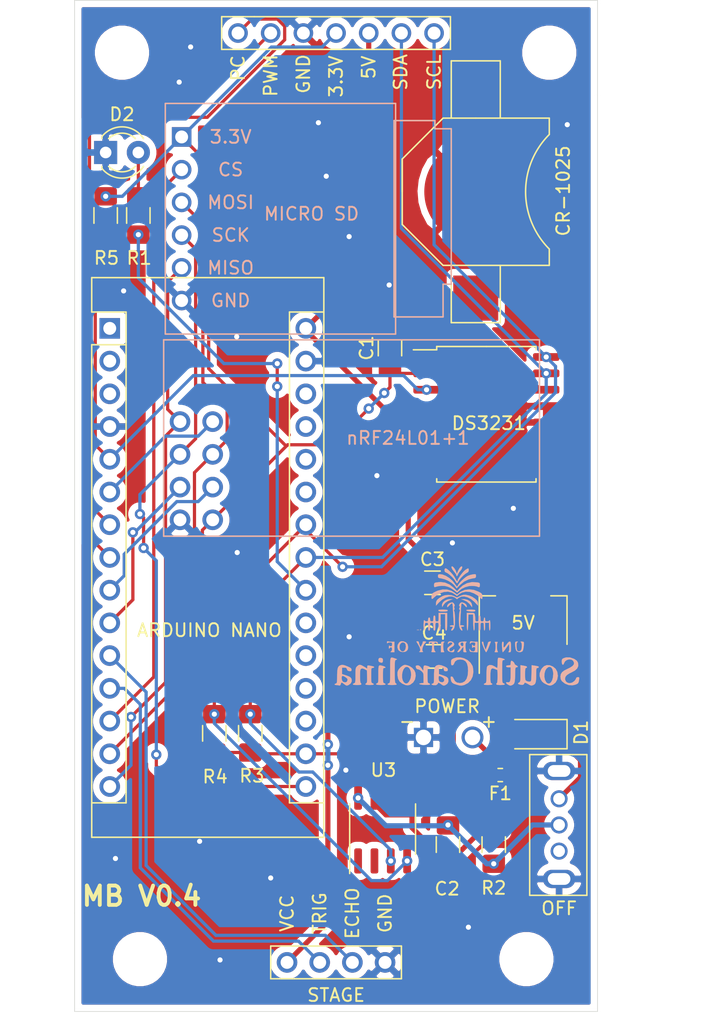
<source format=kicad_pcb>
(kicad_pcb (version 20240108) (generator "pcbnew") (generator_version "8.0")
  (layers (0 "F.Cu" signal) (31 "B.Cu" signal) (34 "B.Paste" user) (35 "F.Paste" user) (36 "B.SilkS" user "B.Silkscreen") (37 "F.SilkS" user "F.Silkscreen") (38 "B.Mask" user) (39 "F.Mask" user) (44 "Edge.Cuts" user))
  (net 0 "")
  (net 1 "GND")
  (net 2 "Net-(D1-Pad2)")
  (net 3 "Net-(F1-Pad2)")
  (net 4 "Net-(switch1-Pad3)")
  (net 5 "Net-(BT1-Pad1)")
  (net 6 "Net-(U2-Pad1)")
  (net 7 "Net-(U2-Pad4)")
  (net 8 "Net-(A1-Pad1)")
  (net 9 "Net-(A1-Pad17)")
  (net 10 "Net-(A1-Pad2)")
  (net 11 "Net-(A1-Pad18)")
  (net 12 "Net-(A1-Pad3)")
  (net 13 "Net-(A1-Pad19)")
  (net 14 "Net-(A1-Pad20)")
  (net 15 "Net-(A1-Pad5)")
  (net 16 "Net-(A1-Pad21)")
  (net 17 "Net-(A1-Pad6)")
  (net 18 "Net-(A1-Pad22)")
  (net 19 "Net-(A1-Pad7)")
  (net 20 "Net-(A1-Pad23)")
  (net 21 "Net-(A1-Pad8)")
  (net 22 "Net-(A1-Pad24)")
  (net 23 "Net-(A1-Pad9)")
  (net 24 "Net-(A1-Pad25)")
  (net 25 "Net-(A1-Pad10)")
  (net 26 "Net-(A1-Pad26)")
  (net 27 "Net-(A1-Pad11)")
  (net 28 "Net-(A1-Pad27)")
  (net 29 "Net-(A1-Pad12)")
  (net 30 "Net-(A1-Pad28)")
  (net 31 "Net-(A1-Pad13)")
  (net 32 "Net-(A1-Pad14)")
  (net 33 "Net-(A1-Pad15)")
  (net 34 "Net-(A1-Pad16)")
  (net 35 "Net-(C2-Pad1)")
  (net 36 "Net-(C2-Pad2)")
  (net 37 "Net-(U3-Pad1)")
  (net 38 "Net-(U3-Pad2)")
  (net 39 "Net-(A1-Pad30)")
  (net 40 "Net-(D1-Pad1)")
  (net 41 "Net-(D2-Pad2)")
  (footprint "MountingHole:MountingHole_3.2mm_M3" (layer "F.Cu") (at 172.2755 145.796)
    (property "Reference" "REF**" (hide yes))
    (property "Value" "MountingHole_3.2mm_M3")
    (pad "" np_thru_hole circle (at 0 0) (size 3.2 3.2) (drill 3.2) (layers "*.Cu" "*.Mask"))
  )
  (footprint "MountingHole:MountingHole_3.2mm_M3" (layer "F.Cu") (at 142.24 145.796)
    (property "Reference" "REF**" (hide yes))
    (property "Value" "MountingHole_3.2mm_M3")
    (pad "" np_thru_hole circle (at 0 0) (size 3.2 3.2) (drill 3.2) (layers "*.Cu" "*.Mask"))
  )
  (footprint "MountingHole:MountingHole_3.2mm_M3" (layer "F.Cu") (at 174.0535 75.438)
    (property "Reference" "REF**" (hide yes))
    (property "Value" "MountingHole_3.2mm_M3")
    (pad "" np_thru_hole circle (at 0 0) (size 3.2 3.2) (drill 3.2) (layers "*.Cu" "*.Mask"))
  )
  (footprint "MountingHole:MountingHole_3.2mm_M3" (layer "F.Cu") (at 140.843 75.438)
    (property "Reference" "REF**" (hide yes))
    (property "Value" "MountingHole_3.2mm_M3")
    (pad "" np_thru_hole circle (at 0 0) (size 3.2 3.2) (drill 3.2) (layers "*.Cu" "*.Mask"))
  )
  (footprint "Module:Arduino_Nano" (layer "F.Cu") (at 139.8905 96.8375)
    (property "Reference" "ARDUINO NANO" (at 7.747 23.4315 0) (layer "F.SilkS"))
    (property "Value" "Arduino_Nano_v2.x-MCU_Module")
    (pad "1" thru_hole rect (at 0 0) (size 1.6 1.6) (drill 1) (layers "*.Cu" "*.Mask") (net 8 "Net-(A1-Pad1)"))
    (pad "2" thru_hole oval (at 0 2.54) (size 1.6 1.6) (drill 1) (layers "*.Cu" "*.Mask") (net 10 "Net-(A1-Pad2)"))
    (pad "3" thru_hole oval (at 0 5.08) (size 1.6 1.6) (drill 1) (layers "*.Cu" "*.Mask") (net 12 "Net-(A1-Pad3)"))
    (pad "4" thru_hole oval (at 0 7.62) (size 1.6 1.6) (drill 1) (layers "*.Cu" "*.Mask") (net 1 "GND"))
    (pad "5" thru_hole oval (at 0 10.16) (size 1.6 1.6) (drill 1) (layers "*.Cu" "*.Mask") (net 15 "Net-(A1-Pad5)"))
    (pad "6" thru_hole oval (at 0 12.7) (size 1.6 1.6) (drill 1) (layers "*.Cu" "*.Mask") (net 17 "Net-(A1-Pad6)"))
    (pad "7" thru_hole oval (at 0 15.24) (size 1.6 1.6) (drill 1) (layers "*.Cu" "*.Mask") (net 19 "Net-(A1-Pad7)"))
    (pad "8" thru_hole oval (at 0 17.78) (size 1.6 1.6) (drill 1) (layers "*.Cu" "*.Mask") (net 21 "Net-(A1-Pad8)"))
    (pad "9" thru_hole oval (at 0 20.32) (size 1.6 1.6) (drill 1) (layers "*.Cu" "*.Mask") (net 23 "Net-(A1-Pad9)"))
    (pad "10" thru_hole oval (at 0 22.86) (size 1.6 1.6) (drill 1) (layers "*.Cu" "*.Mask") (net 25 "Net-(A1-Pad10)"))
    (pad "11" thru_hole oval (at 0 25.4) (size 1.6 1.6) (drill 1) (layers "*.Cu" "*.Mask") (net 27 "Net-(A1-Pad11)"))
    (pad "12" thru_hole oval (at 0 27.94) (size 1.6 1.6) (drill 1) (layers "*.Cu" "*.Mask") (net 29 "Net-(A1-Pad12)"))
    (pad "13" thru_hole oval (at 0 30.48) (size 1.6 1.6) (drill 1) (layers "*.Cu" "*.Mask") (net 31 "Net-(A1-Pad13)"))
    (pad "14" thru_hole oval (at 0 33.02) (size 1.6 1.6) (drill 1) (layers "*.Cu" "*.Mask") (net 32 "Net-(A1-Pad14)"))
    (pad "15" thru_hole oval (at 0 35.56) (size 1.6 1.6) (drill 1) (layers "*.Cu" "*.Mask") (net 33 "Net-(A1-Pad15)"))
    (pad "16" thru_hole oval (at 15.24 35.56) (size 1.6 1.6) (drill 1) (layers "*.Cu" "*.Mask") (net 34 "Net-(A1-Pad16)"))
    (pad "17" thru_hole oval (at 15.24 33.02) (size 1.6 1.6) (drill 1) (layers "*.Cu" "*.Mask") (net 9 "Net-(A1-Pad17)"))
    (pad "18" thru_hole oval (at 15.24 30.48) (size 1.6 1.6) (drill 1) (layers "*.Cu" "*.Mask") (net 11 "Net-(A1-Pad18)"))
    (pad "19" thru_hole oval (at 15.24 27.94) (size 1.6 1.6) (drill 1) (layers "*.Cu" "*.Mask") (net 13 "Net-(A1-Pad19)"))
    (pad "20" thru_hole oval (at 15.24 25.4) (size 1.6 1.6) (drill 1) (layers "*.Cu" "*.Mask") (net 14 "Net-(A1-Pad20)"))
    (pad "21" thru_hole oval (at 15.24 22.86) (size 1.6 1.6) (drill 1) (layers "*.Cu" "*.Mask") (net 16 "Net-(A1-Pad21)"))
    (pad "22" thru_hole oval (at 15.24 20.32) (size 1.6 1.6) (drill 1) (layers "*.Cu" "*.Mask") (net 18 "Net-(A1-Pad22)"))
    (pad "23" thru_hole oval (at 15.24 17.78) (size 1.6 1.6) (drill 1) (layers "*.Cu" "*.Mask") (net 20 "Net-(A1-Pad23)"))
    (pad "24" thru_hole oval (at 15.24 15.24) (size 1.6 1.6) (drill 1) (layers "*.Cu" "*.Mask") (net 22 "Net-(A1-Pad24)"))
    (pad "25" thru_hole oval (at 15.24 12.7) (size 1.6 1.6) (drill 1) (layers "*.Cu" "*.Mask") (net 24 "Net-(A1-Pad25)"))
    (pad "26" thru_hole oval (at 15.24 10.16) (size 1.6 1.6) (drill 1) (layers "*.Cu" "*.Mask") (net 26 "Net-(A1-Pad26)"))
    (pad "27" thru_hole oval (at 15.24 7.62) (size 1.6 1.6) (drill 1) (layers "*.Cu" "*.Mask") (net 28 "Net-(A1-Pad27)"))
    (pad "28" thru_hole oval (at 15.24 5.08) (size 1.6 1.6) (drill 1) (layers "*.Cu" "*.Mask") (net 30 "Net-(A1-Pad28)"))
    (pad "29" thru_hole oval (at 15.24 2.54) (size 1.6 1.6) (drill 1) (layers "*.Cu" "*.Mask") (net 1 "GND"))
    (pad "30" thru_hole oval (at 15.24 0) (size 1.6 1.6) (drill 1) (layers "*.Cu" "*.Mask") (net 39 "Net-(A1-Pad30)"))
  )
  (footprint "custom:battery_holder_10mm" (layer "F.Cu") (at 168.3385 86.233 -90)
    (property "Reference" "CR-1025" (at -0.0635 -6.7945 90) (layer "F.SilkS"))
    (property "Value" "Battery_Cell")
    (pad "1" smd rect (at -8.255 0 180) (size 3.5 3.5) (layers "F.Cu" "F.Mask") (net 5 "Net-(BT1-Pad1)"))
    (pad "1" smd rect (at 8.255 0 180) (size 3.5 3.5) (layers "F.Cu" "F.Mask") (net 5 "Net-(BT1-Pad1)"))
    (pad "2" smd circle (at 0 0 180) (size 8 8) (layers "F.Cu" "F.Mask") (net 1 "GND"))
  )
  (footprint "Capacitor_SMD:C_1206_3216Metric_Pad1.42x1.75mm_HandSolder" (layer "F.Cu") (at 161.671 98.3615 90)
    (property "Reference" "C1" (at 0 -1.82 90) (layer "F.SilkS"))
    (property "Value" "C")
    (pad "1" smd roundrect (at -1.4875 0 90) (size 1.425 1.75) (layers "F.Cu" "F.Paste" "F.Mask") (roundrect_rratio 0.175439) (net 9 "Net-(A1-Pad17)"))
    (pad "2" smd roundrect (at 1.4875 0 90) (size 1.425 1.75) (layers "F.Cu" "F.Paste" "F.Mask") (roundrect_rratio 0.175439) (net 1 "GND"))
  )
  (footprint "Capacitor_SMD:C_1206_3216Metric_Pad1.42x1.75mm_HandSolder" (layer "F.Cu") (at 166.1795 136.906 -90)
    (property "Reference" "C2" (at 3.429 0.0635 0) (layer "F.SilkS"))
    (property "Value" "C")
    (pad "1" smd roundrect (at -1.4875 0 270) (size 1.425 1.75) (layers "F.Cu" "F.Paste" "F.Mask") (roundrect_rratio 0.175439) (net 35 "Net-(C2-Pad1)"))
    (pad "2" smd roundrect (at 1.4875 0 270) (size 1.425 1.75) (layers "F.Cu" "F.Paste" "F.Mask") (roundrect_rratio 0.175439) (net 36 "Net-(C2-Pad2)"))
  )
  (footprint "Capacitor_SMD:C_1206_3216Metric_Pad1.42x1.75mm_HandSolder" (layer "F.Cu") (at 164.973 116.586)
    (property "Reference" "C3" (at 0 -1.82 0) (layer "F.SilkS"))
    (property "Value" "C")
    (pad "1" smd roundrect (at -1.4875 0) (size 1.425 1.75) (layers "F.Cu" "F.Paste" "F.Mask") (roundrect_rratio 0.175439) (net 1 "GND"))
    (pad "2" smd roundrect (at 1.4875 0) (size 1.425 1.75) (layers "F.Cu" "F.Paste" "F.Mask") (roundrect_rratio 0.175439) (net 39 "Net-(A1-Pad30)"))
  )
  (footprint "Capacitor_SMD:C_1206_3216Metric_Pad1.42x1.75mm_HandSolder" (layer "F.Cu") (at 165.1 122.301)
    (property "Reference" "C4" (at 0 -1.82 0) (layer "F.SilkS"))
    (property "Value" "C")
    (pad "1" smd roundrect (at -1.4875 0) (size 1.425 1.75) (layers "F.Cu" "F.Paste" "F.Mask") (roundrect_rratio 0.175439) (net 1 "GND"))
    (pad "2" smd roundrect (at 1.4875 0) (size 1.425 1.75) (layers "F.Cu" "F.Paste" "F.Mask") (roundrect_rratio 0.175439) (net 36 "Net-(C2-Pad2)"))
  )
  (footprint "Diode_SMD:D_1206_3216Metric_Pad1.42x1.75mm_HandSolder" (layer "F.Cu") (at 172.974 128.3335 180)
    (property "Reference" "D1" (at -3.556 0.127 90) (layer "F.SilkS"))
    (property "Value" "D")
    (pad "1" smd roundrect (at -1.4875 0 180) (size 1.425 1.75) (layers "F.Cu" "F.Paste" "F.Mask") (roundrect_rratio 0.175439) (net 40 "Net-(D1-Pad1)"))
    (pad "2" smd roundrect (at 1.4875 0 180) (size 1.425 1.75) (layers "F.Cu" "F.Paste" "F.Mask") (roundrect_rratio 0.175439) (net 2 "Net-(D1-Pad2)"))
  )
  (footprint "LED_THT:LED_D3.0mm" (layer "F.Cu") (at 139.573 83.185)
    (property "Reference" "D2" (at 1.27 -2.96 0) (layer "F.SilkS"))
    (property "Value" "LED")
    (pad "1" thru_hole rect (at 0 0) (size 1.8 1.8) (drill 0.9) (layers "*.Cu" "*.Mask") (net 1 "GND"))
    (pad "2" thru_hole circle (at 2.54 0) (size 1.8 1.8) (drill 0.9) (layers "*.Cu" "*.Mask") (net 41 "Net-(D2-Pad2)"))
  )
  (footprint "Resistor_SMD:R_0603_1608Metric_Pad1.05x0.95mm_HandSolder" (layer "F.Cu") (at 170.2435 131.5085 180)
    (property "Reference" "F1" (at 0 -1.43 0) (layer "F.SilkS"))
    (property "Value" "Fuse")
    (pad "1" smd roundrect (at -0.875 0 180) (size 1.05 0.95) (layers "F.Cu" "F.Paste" "F.Mask") (net 2 "Net-(D1-Pad2)"))
    (pad "2" smd roundrect (at 0.875 0 180) (size 1.05 0.95) (layers "F.Cu" "F.Paste" "F.Mask") (net 3 "Net-(F1-Pad2)"))
  )
  (footprint "custom:small_microSD_v2" (layer "F.Cu") (at 142.3035 88.9635 90)
    (property "Reference" "MICRO SD" (at 1.016 13.2715 180) (layer "B.SilkS"))
    (property "Value" "small_microSD")
    (fp_text user "CS" (at 4.445 6.985 0) (layer "B.SilkS"))
    (fp_text user "MOSI" (at 1.905 6.985 0) (layer "B.SilkS"))
    (fp_text user "SCK" (at -0.635 6.985 0) (layer "B.SilkS"))
    (fp_text user "MISO" (at -3.175 6.985 0) (layer "B.SilkS"))
    (fp_text user "GND" (at -5.715 6.985 0) (layer "B.SilkS"))
    (fp_text user "3.3V" (at 6.985 6.985 0) (layer "B.SilkS"))
    (pad "1" thru_hole rect (at 6.985 3.175 90) (size 1.524 1.524) (drill 1) (layers "*.Cu" "*.Mask") (net 9 "Net-(A1-Pad17)"))
    (pad "2" thru_hole circle (at 4.445 3.175 90) (size 1.524 1.524) (drill 1) (layers "*.Cu" "*.Mask") (net 31 "Net-(A1-Pad13)"))
    (pad "3" thru_hole circle (at 1.905 3.175 90) (size 1.524 1.524) (drill 1) (layers "*.Cu" "*.Mask") (net 32 "Net-(A1-Pad14)"))
    (pad "4" thru_hole circle (at -0.635 3.175 90) (size 1.524 1.524) (drill 1) (layers "*.Cu" "*.Mask") (net 34 "Net-(A1-Pad16)"))
    (pad "5" thru_hole circle (at -3.175 3.175 90) (size 1.524 1.524) (drill 1) (layers "*.Cu" "*.Mask") (net 33 "Net-(A1-Pad15)"))
    (pad "6" thru_hole circle (at -5.715 3.175 90) (size 1.524 1.524) (drill 1) (layers "*.Cu" "*.Mask") (net 1 "GND"))
  )
  (footprint "custom:nRF24L01+" (layer "F.Cu") (at 156.7815 105.3465 -90)
    (property "Reference" "nRF24L01+1" (at 0 -6.2865 180) (layer "B.SilkS"))
    (property "Value" "nRF24L01+")
    (pad "1" thru_hole circle (at 6.35 8.89 270) (size 1.6 1.6) (drill 1) (layers "*.Cu" "*.Mask") (net 9 "Net-(A1-Pad17)"))
    (pad "2" thru_hole circle (at 3.81 8.89 270) (size 1.6 1.6) (drill 1) (layers "*.Cu" "*.Mask") (net 23 "Net-(A1-Pad9)"))
    (pad "3" thru_hole circle (at 1.27 8.89 270) (size 1.6 1.6) (drill 1) (layers "*.Cu" "*.Mask") (net 32 "Net-(A1-Pad14)"))
    (pad "4" thru_hole circle (at -1.27 8.89 270) (size 1.6 1.6) (drill 1) (layers "*.Cu" "*.Mask") (net 17 "Net-(A1-Pad6)"))
    (pad "5" thru_hole circle (at 6.35 11.43 270) (size 1.6 1.6) (drill 1) (layers "*.Cu" "*.Mask") (net 1 "GND"))
    (pad "6" thru_hole circle (at 3.81 11.43 270) (size 1.6 1.6) (drill 1) (layers "*.Cu" "*.Mask") (net 25 "Net-(A1-Pad10)"))
    (pad "7" thru_hole circle (at 1.27 11.43 270) (size 1.6 1.6) (drill 1) (layers "*.Cu" "*.Mask") (net 34 "Net-(A1-Pad16)"))
    (pad "8" thru_hole circle (at -1.27 11.43 270) (size 1.6 1.6) (drill 1) (layers "*.Cu" "*.Mask") (net 33 "Net-(A1-Pad15)"))
  )
  (footprint "custom:XT60PW" (layer "F.Cu") (at 166.8145 126.0475)
    (property "Reference" "POWER" (at -0.6985 0.127 0) (layer "F.SilkS"))
    (property "Value" "XP60PW")
    (fp_text user "+" (at 2.54 1.27 0) (layer "F.SilkS"))
    (fp_text user "-" (at -3.81 1.27 0) (layer "F.SilkS"))
    (pad "1" thru_hole rect (at -2.54 2.54) (size 1.5 1.5) (drill 1.2) (layers "*.Cu" "*.Mask") (net 1 "GND"))
    (pad "2" thru_hole circle (at 1.27 2.54) (size 1.7 1.7) (drill 1.2) (layers "*.Cu" "*.Mask") (net 3 "Net-(F1-Pad2)"))
  )
  (footprint "Capacitor_SMD:C_1206_3216Metric_Pad1.42x1.75mm_HandSolder" (layer "F.Cu") (at 142.113 88.0745 90)
    (property "Reference" "R1" (at -3.302 0.0635 180) (layer "F.SilkS"))
    (property "Value" "1k")
    (pad "1" smd roundrect (at -1.4875 0 90) (size 1.425 1.75) (layers "F.Cu" "F.Paste" "F.Mask") (roundrect_rratio 0.175439) (net 18 "Net-(A1-Pad22)"))
    (pad "2" smd roundrect (at 1.4875 0 90) (size 1.425 1.75) (layers "F.Cu" "F.Paste" "F.Mask") (roundrect_rratio 0.175439) (net 41 "Net-(D2-Pad2)"))
  )
  (footprint "Resistor_SMD:R_1206_3216Metric_Pad1.42x1.75mm_HandSolder" (layer "F.Cu") (at 169.7355 136.906 90)
    (property "Reference" "R2" (at -3.3655 0 0) (layer "F.SilkS"))
    (property "Value" "Rs")
    (pad "1" smd roundrect (at -1.4875 0 90) (size 1.425 1.75) (layers "F.Cu" "F.Paste" "F.Mask") (roundrect_rratio 0.175439) (net 35 "Net-(C2-Pad1)"))
    (pad "2" smd roundrect (at 1.4875 0 90) (size 1.425 1.75) (layers "F.Cu" "F.Paste" "F.Mask") (roundrect_rratio 0.175439) (net 36 "Net-(C2-Pad2)"))
  )
  (footprint "Capacitor_SMD:C_1206_3216Metric_Pad1.42x1.75mm_HandSolder" (layer "F.Cu") (at 150.8125 128.27 90)
    (property "Reference" "R3" (at -3.302 0.127 180) (layer "F.SilkS"))
    (property "Value" "4.7k")
    (pad "1" smd roundrect (at -1.4875 0 90) (size 1.425 1.75) (layers "F.Cu" "F.Paste" "F.Mask") (roundrect_rratio 0.175439) (net 9 "Net-(A1-Pad17)"))
    (pad "2" smd roundrect (at 1.4875 0 90) (size 1.425 1.75) (layers "F.Cu" "F.Paste" "F.Mask") (roundrect_rratio 0.175439) (net 20 "Net-(A1-Pad23)"))
  )
  (footprint "Capacitor_SMD:C_1206_3216Metric_Pad1.42x1.75mm_HandSolder" (layer "F.Cu") (at 148.0185 128.27 90)
    (property "Reference" "R4" (at -3.3655 0.0635 180) (layer "F.SilkS"))
    (property "Value" "4.7k")
    (pad "1" smd roundrect (at -1.4875 0 90) (size 1.425 1.75) (layers "F.Cu" "F.Paste" "F.Mask") (roundrect_rratio 0.175439) (net 9 "Net-(A1-Pad17)"))
    (pad "2" smd roundrect (at 1.4875 0 90) (size 1.425 1.75) (layers "F.Cu" "F.Paste" "F.Mask") (roundrect_rratio 0.175439) (net 22 "Net-(A1-Pad24)"))
  )
  (footprint "Resistor_SMD:R_1206_3216Metric_Pad1.42x1.75mm_HandSolder" (layer "F.Cu") (at 139.573 88.0745 90)
    (property "Reference" "R5" (at -3.302 0.0635 180) (layer "F.SilkS"))
    (property "Value" "4.7k")
    (pad "1" smd roundrect (at -1.4875 0 90) (size 1.425 1.75) (layers "F.Cu" "F.Paste" "F.Mask") (roundrect_rratio 0.175439) (net 15 "Net-(A1-Pad5)"))
    (pad "2" smd roundrect (at 1.4875 0 90) (size 1.425 1.75) (layers "F.Cu" "F.Paste" "F.Mask") (roundrect_rratio 0.175439) (net 9 "Net-(A1-Pad17)"))
  )
  (footprint "custom:grounded_switch" (layer "F.Cu") (at 179.8955 135.382 -90)
    (property "Reference" "switch1" (hide yes))
    (property "Value" "grounded_switch")
    (pad "1" thru_hole circle (at -2.032 5.08 270) (size 1.324 1.324) (drill 0.914) (layers "*.Cu" "*.Mask") (net 40 "Net-(D1-Pad1)"))
    (pad "2" thru_hole circle (at 0 5.08 270) (size 1.324 1.324) (drill 0.914) (layers "*.Cu" "*.Mask") (net 35 "Net-(C2-Pad1)"))
    (pad "3" thru_hole circle (at 2.032 5.08 270) (size 1.324 1.324) (drill 0.914) (layers "*.Cu" "*.Mask") (net 4 "Net-(switch1-Pad3)"))
    (pad "4" thru_hole oval (at -4.191 5.08) (size 2.524 1.424) (drill oval 1.76 0.914) (layers "*.Cu" "*.Mask") (net 1 "GND"))
    (pad "5" thru_hole oval (at 4.191 5.08) (size 2.524 1.424) (drill oval 1.76 0.914) (layers "*.Cu" "*.Mask") (net 1 "GND"))
  )
  (footprint "Package_SO:SOIC-16W_7.5x10.3mm_P1.27mm" (layer "F.Cu") (at 169.164 103.505)
    (property "Reference" "DS3231" (at 0.1905 0.6985 0) (layer "F.SilkS"))
    (property "Value" "DS3231M")
    (pad "1" smd roundrect (at -4.65 -4.445) (size 2.05 0.6) (layers "F.Cu" "F.Paste" "F.Mask") (net 6 "Net-(U2-Pad1)"))
    (pad "2" smd roundrect (at -4.65 -3.175) (size 2.05 0.6) (layers "F.Cu" "F.Paste" "F.Mask") (net 9 "Net-(A1-Pad17)"))
    (pad "3" smd roundrect (at -4.65 -1.905) (size 2.05 0.6) (layers "F.Cu" "F.Paste" "F.Mask") (net 15 "Net-(A1-Pad5)"))
    (pad "4" smd roundrect (at -4.65 -0.635) (size 2.05 0.6) (layers "F.Cu" "F.Paste" "F.Mask") (net 7 "Net-(U2-Pad4)"))
    (pad "5" smd roundrect (at -4.65 0.635) (size 2.05 0.6) (layers "F.Cu" "F.Paste" "F.Mask") (net 1 "GND"))
    (pad "6" smd roundrect (at -4.65 1.905) (size 2.05 0.6) (layers "F.Cu" "F.Paste" "F.Mask") (net 1 "GND"))
    (pad "7" smd roundrect (at -4.65 3.175) (size 2.05 0.6) (layers "F.Cu" "F.Paste" "F.Mask") (net 1 "GND"))
    (pad "8" smd roundrect (at -4.65 4.445) (size 2.05 0.6) (layers "F.Cu" "F.Paste" "F.Mask") (net 1 "GND"))
    (pad "9" smd roundrect (at 4.65 4.445) (size 2.05 0.6) (layers "F.Cu" "F.Paste" "F.Mask") (net 1 "GND"))
    (pad "10" smd roundrect (at 4.65 3.175) (size 2.05 0.6) (layers "F.Cu" "F.Paste" "F.Mask") (net 1 "GND"))
    (pad "11" smd roundrect (at 4.65 1.905) (size 2.05 0.6) (layers "F.Cu" "F.Paste" "F.Mask") (net 1 "GND"))
    (pad "12" smd roundrect (at 4.65 0.635) (size 2.05 0.6) (layers "F.Cu" "F.Paste" "F.Mask") (net 1 "GND"))
    (pad "13" smd roundrect (at 4.65 -0.635) (size 2.05 0.6) (layers "F.Cu" "F.Paste" "F.Mask") (net 1 "GND"))
    (pad "14" smd roundrect (at 4.65 -1.905) (size 2.05 0.6) (layers "F.Cu" "F.Paste" "F.Mask") (net 5 "Net-(BT1-Pad1)"))
    (pad "15" smd roundrect (at 4.65 -3.175) (size 2.05 0.6) (layers "F.Cu" "F.Paste" "F.Mask") (net 20 "Net-(A1-Pad23)"))
    (pad "16" smd roundrect (at 4.65 -4.445) (size 2.05 0.6) (layers "F.Cu" "F.Paste" "F.Mask") (net 22 "Net-(A1-Pad24)"))
  )
  (footprint "Package_SO:SOIC-8_3.9x4.9mm_P1.27mm" (layer "F.Cu") (at 161.0995 135.6995 90)
    (property "Reference" "U3" (at 4.572 0.0635 180) (layer "F.SilkS"))
    (property "Value" "INA219AxD")
    (pad "1" smd roundrect (at -2.475 -1.905 90) (size 1.95 0.6) (layers "F.Cu" "F.Paste" "F.Mask") (net 37 "Net-(U3-Pad1)"))
    (pad "2" smd roundrect (at -2.475 -0.635 90) (size 1.95 0.6) (layers "F.Cu" "F.Paste" "F.Mask") (net 38 "Net-(U3-Pad2)"))
    (pad "3" smd roundrect (at -2.475 0.635 90) (size 1.95 0.6) (layers "F.Cu" "F.Paste" "F.Mask") (net 20 "Net-(A1-Pad23)"))
    (pad "4" smd roundrect (at -2.475 1.905 90) (size 1.95 0.6) (layers "F.Cu" "F.Paste" "F.Mask") (net 22 "Net-(A1-Pad24)"))
    (pad "5" smd roundrect (at 2.475 1.905 90) (size 1.95 0.6) (layers "F.Cu" "F.Paste" "F.Mask") (net 9 "Net-(A1-Pad17)"))
    (pad "6" smd roundrect (at 2.475 0.635 90) (size 1.95 0.6) (layers "F.Cu" "F.Paste" "F.Mask") (net 1 "GND"))
    (pad "7" smd roundrect (at 2.475 -0.635 90) (size 1.95 0.6) (layers "F.Cu" "F.Paste" "F.Mask") (net 36 "Net-(C2-Pad2)"))
    (pad "8" smd roundrect (at 2.475 -1.905 90) (size 1.95 0.6) (layers "F.Cu" "F.Paste" "F.Mask") (net 35 "Net-(C2-Pad1)"))
  )
  (footprint "Package_TO_SOT_SMD:SOT-223-3_TabPin2" (layer "F.Cu") (at 172.0215 119.507 90)
    (property "Reference" "5V" (at -0.1905 0 0) (layer "F.SilkS"))
    (property "Value" "KA78M05_TO252")
    (pad "1" smd rect (at -3.15 -2.3 90) (size 2 1.5) (layers "F.Cu" "F.Paste" "F.Mask") (net 36 "Net-(C2-Pad2)"))
    (pad "2" smd rect (at -3.15 0 90) (size 2 1.5) (layers "F.Cu" "F.Paste" "F.Mask") (net 1 "GND"))
    (pad "2" smd rect (at 3.15 0 90) (size 2 3.8) (layers "F.Cu" "F.Paste" "F.Mask") (net 1 "GND"))
    (pad "3" smd rect (at -3.15 2.3 90) (size 2 1.5) (layers "F.Cu" "F.Paste" "F.Mask") (net 39 "Net-(A1-Pad30)"))
  )
  (footprint "custom:HCSR04" (layer "F.Cu") (at 157.48 144.78)
    (property "Reference" "STAGE" (at 0 3.81 0) (layer "F.SilkS"))
    (property "Value" "HCSR04")
    (fp_text user "VCC" (at -3.81 -2.54 90) (layer "F.SilkS"))
    (fp_text user "ECHO" (at 1.27 -2.54 90) (layer "F.SilkS"))
    (fp_text user "GND" (at 3.81 -2.54 90) (layer "F.SilkS"))
    (fp_text user "TRIG" (at -1.27 -2.54 90) (layer "F.SilkS"))
    (pad "1" thru_hole circle (at 3.81 1.27) (size 1.6 1.6) (drill 1) (layers "*.Cu" "*.Mask") (net 1 "GND"))
    (pad "2" thru_hole circle (at 1.27 1.27) (size 1.6 1.6) (drill 1) (layers "*.Cu" "*.Mask") (net 27 "Net-(A1-Pad11)"))
    (pad "3" thru_hole circle (at -1.27 1.27) (size 1.6 1.6) (drill 1) (layers "*.Cu" "*.Mask") (net 29 "Net-(A1-Pad12)"))
    (pad "4" thru_hole circle (at -3.81 1.27) (size 1.6 1.6) (drill 1) (layers "*.Cu" "*.Mask") (net 39 "Net-(A1-Pad30)"))
  )
  (footprint "custom:top_rail_v2" (layer "F.Cu") (at 160.02 76.454 180)
    (property "Reference" "U1" (hide yes))
    (property "Value" "top_rail_v2")
    (fp_text user "PC" (at 10.16 -0.1905 90) (layer "F.SilkS"))
    (fp_text user "PWM" (at 7.62 -0.762 90) (layer "F.SilkS"))
    (fp_text user "GND" (at 5.08 -0.635 90) (layer "F.SilkS"))
    (fp_text user "5V" (at 0 -0.127 90) (layer "F.SilkS"))
    (fp_text user "3.3V" (at 2.54 -0.8255 90) (layer "F.SilkS"))
    (fp_text user "SCL" (at -5.08 -0.508 90) (layer "F.SilkS"))
    (fp_text user "SDA" (at -2.4765 -0.508 90) (layer "F.SilkS"))
    (pad "2" thru_hole circle (at -5.08 2.54 180) (size 1.524 1.524) (drill 1) (layers "*.Cu" "*.Mask" "B.Paste") (net 22 "Net-(A1-Pad24)"))
    (pad "3" thru_hole circle (at -2.54 2.54 180) (size 1.524 1.524) (drill 1) (layers "*.Cu" "*.Mask" "B.Paste") (net 20 "Net-(A1-Pad23)"))
    (pad "4" thru_hole circle (at 0 2.54 180) (size 1.524 1.524) (drill 1) (layers "*.Cu" "*.Mask" "B.Paste") (net 39 "Net-(A1-Pad30)"))
    (pad "5" thru_hole circle (at 2.54 2.54 180) (size 1.524 1.524) (drill 1) (layers "*.Cu" "*.Mask" "B.Paste") (net 9 "Net-(A1-Pad17)"))
    (pad "6" thru_hole circle (at 5.08 2.54 180) (size 1.524 1.524) (drill 1) (layers "*.Cu" "*.Mask" "B.Paste") (net 1 "GND"))
    (pad "7" thru_hole circle (at 7.62 2.54 180) (size 1.524 1.524) (drill 1) (layers "*.Cu" "*.Mask" "B.Paste") (net 21 "Net-(A1-Pad8)"))
    (pad "8" thru_hole circle (at 10.16 2.54 180) (size 1.524 1.524) (drill 1) (layers "*.Cu" "*.Mask" "B.Paste") (net 19 "Net-(A1-Pad7)"))
  )
  (footprint "UofSC_logo:uofsc_logo_0_75in" (layer "B.Cu") (at 166.878 119.888 180)
    (property "Reference" "G***" (hide yes))
    (property "Value" "LOGO" (hide yes))
  )
  (gr_line (start 177.8 142.24) (end 177.8 78.74) (stroke (width 0.05)) (layer "Edge.Cuts"))
  (gr_line (start 137.16 78.74) (end 137.16 142.24) (stroke (width 0.05)) (layer "Edge.Cuts"))
  (gr_line (start 137.16 149.86) (end 137.16 142.24) (stroke (width 0.05)) (layer "Edge.Cuts"))
  (gr_line (start 137.16 71.374) (end 177.8 71.374) (stroke (width 0.05)) (layer "Edge.Cuts"))
  (gr_line (start 137.16 149.86) (end 177.8 149.86) (stroke (width 0.05)) (layer "Edge.Cuts"))
  (gr_line (start 177.8 78.74) (end 177.8 71.628) (stroke (width 0.05)) (layer "Edge.Cuts"))
  (gr_line (start 177.8 142.24) (end 177.8 149.86) (stroke (width 0.05)) (layer "Edge.Cuts"))
  (gr_line (start 177.8 71.628) (end 177.8 71.374) (stroke (width 0.05)) (layer "Edge.Cuts"))
  (gr_line (start 137.16 78.74) (end 137.16 71.374) (stroke (width 0.05)) (layer "Edge.Cuts"))
  (gr_text "MB V0.4" (at 142.367 140.9065 0) (layer "F.SilkS") (effects (font (size 1.5 1.5) (thickness 0.3))))
  (gr_text "OFF" (at 174.8155 141.859 0) (layer "F.SilkS") (effects (font (size 1 1))))
  (segment (start 158.242 131.1275) (end 160.6125 131.1275) (width 0.4) (layer "F.Cu") (net 1))
  (segment (start 161.7345 132.2495) (end 161.7345 133.2245) (width 0.4) (layer "F.Cu") (net 1))
  (segment (start 160.6125 131.1275) (end 161.7345 132.2495) (width 0.4) (layer "F.Cu") (net 1))
  (via (at 158.496 89.7128) (size 0.8) (drill 0.4) (layers "F.Cu" "B.Cu") (net 1))
  (via (at 158.496 120.777) (size 0.8) (drill 0.4) (layers "F.Cu" "B.Cu") (net 1))
  (via (at 175.4505 81.026) (size 0.8) (drill 0.4) (layers "F.Cu" "B.Cu") (net 1))
  (via (at 146.177 74.9935) (size 0.8) (drill 0.4) (layers "F.Cu" "B.Cu") (net 1))
  (via (at 149.7965 114.2365) (size 0.8) (drill 0.4) (layers "F.Cu" "B.Cu") (net 1))
  (via (at 166.5224 113.4872) (size 0.8) (drill 0.4) (layers "F.Cu" "B.Cu") (net 1))
  (via (at 140.97 93.9292) (size 0.8) (drill 0.4) (layers "F.Cu" "B.Cu") (net 1))
  (via (at 171.2595 110.8075) (size 0.8) (drill 0.4) (layers "F.Cu" "B.Cu") (net 1))
  (via (at 156.718 85.0265) (size 0.8) (drill 0.4) (layers "F.Cu" "B.Cu") (net 1))
  (via (at 146.8755 136.652) (size 0.8) (drill 0.4) (layers "F.Cu" "B.Cu") (net 1))
  (via (at 160.655 108.2675) (size 0.8) (drill 0.4) (layers "F.Cu" "B.Cu") (net 1))
  (via (at 152.4 139.4968) (size 0.8) (drill 0.4) (layers "F.Cu" "B.Cu") (net 1))
  (via (at 158.242 131.1275) (size 0.8) (drill 0.4) (layers "F.Cu" "B.Cu") (net 1))
  (via (at 148.463 145.8595) (size 0.8) (drill 0.4) (layers "F.Cu" "B.Cu") (net 1))
  (via (at 156.1084 80.8736) (size 0.8) (drill 0.4) (layers "F.Cu" "B.Cu") (net 1))
  (via (at 161.6075 93.472) (size 0.8) (drill 0.4) (layers "F.Cu" "B.Cu") (net 1))
  (via (at 149.7584 97.4852) (size 0.8) (drill 0.4) (layers "F.Cu" "B.Cu") (net 1))
  (via (at 167.767 143.3195) (size 0.8) (drill 0.4) (layers "F.Cu" "B.Cu") (net 1))
  (via (at 145.288 77.724) (size 0.8) (drill 0.4) (layers "F.Cu" "B.Cu") (net 1))
  (via (at 140.335 137.9855) (size 0.8) (drill 0.4) (layers "F.Cu" "B.Cu") (net 1))
  (segment (start 171.4865 128.3335) (end 171.4865 131.1405) (width 0.4) (layer "F.Cu") (net 2))
  (segment (start 171.4865 131.1405) (end 171.1185 131.5085) (width 0.4) (layer "F.Cu") (net 2))
  (segment (start 169.3685 129.8715) (end 168.0845 128.5875) (width 0.4) (layer "F.Cu") (net 3))
  (segment (start 169.3685 131.5085) (end 169.3685 129.8715) (width 0.4) (layer "F.Cu") (net 3))
  (segment (start 172.663501 82.303001) (end 172.663501 90.162999) (width 0.25) (layer "F.Cu") (net 5))
  (segment (start 173.387232 101.6) (end 173.814 101.6) (width 0.25) (layer "F.Cu") (net 5))
  (segment (start 172.663501 90.162999) (end 168.3385 94.488) (width 0.25) (layer "F.Cu") (net 5))
  (segment (start 168.3385 77.978) (end 172.663501 82.303001) (width 0.25) (layer "F.Cu") (net 5))
  (segment (start 168.3385 94.488) (end 168.3385 96.551268) (width 0.25) (layer "F.Cu") (net 5))
  (segment (start 168.3385 96.551268) (end 173.387232 101.6) (width 0.25) (layer "F.Cu") (net 5))
  (segment (start 147.57951 84.07951) (end 147.57951 99.95451) (width 0.25) (layer "F.Cu") (net 9))
  (segment (start 155.1305 129.8575) (end 160.6125 129.8575) (width 0.25) (layer "F.Cu") (net 9))
  (segment (start 162.152 100.33) (end 161.671 99.849) (width 0.25) (layer "F.Cu") (net 9))
  (segment (start 163.0045 132.2495) (end 163.0045 133.2245) (width 0.25) (layer "F.Cu") (net 9))
  (segment (start 161.671 101.4095) (end 161.2265 101.854) (width 0.25) (layer "F.Cu") (net 9))
  (segment (start 157.208001 105.872499) (end 153.715501 105.872499) (width 0.25) (layer "F.Cu") (net 9))
  (segment (start 164.514 100.33) (end 162.152 100.33) (width 0.25) (layer "F.Cu") (net 9))
  (segment (start 147.57951 99.95451) (end 153.57475 105.94975) (width 0.25) (layer "F.Cu") (net 9))
  (segment (start 146.81849 126.08182) (end 146.81849 128.55749) (width 0.25) (layer "F.Cu") (net 9))
  (segment (start 155.1305 129.8575) (end 150.9125 129.8575) (width 0.25) (layer "F.Cu") (net 9))
  (segment (start 150.8125 129.7575) (end 148.0185 129.7575) (width 0.25) (layer "F.Cu") (net 9))
  (segment (start 147.091501 125.808809) (end 146.81849 126.08182) (width 0.25) (layer "F.Cu") (net 9))
  (segment (start 153.63825 105.94975) (end 147.8915 111.6965) (width 0.25) (layer "F.Cu") (net 9))
  (segment (start 146.81849 128.55749) (end 148.0185 129.7575) (width 0.25) (layer "F.Cu") (net 9))
  (segment (start 160.02 103.0605) (end 157.208001 105.872499) (width 0.25) (layer "F.Cu") (net 9))
  (segment (start 153.57475 105.94975) (end 153.63825 105.94975) (width 0.25) (layer "F.Cu") (net 9))
  (segment (start 150.9125 129.8575) (end 150.8125 129.7575) (width 0.25) (layer "F.Cu") (net 9))
  (segment (start 147.8915 111.6965) (end 147.091501 112.496499) (width 0.25) (layer "F.Cu") (net 9))
  (segment (start 145.4785 81.9785) (end 147.57951 84.07951) (width 0.25) (layer "F.Cu") (net 9))
  (segment (start 161.671 99.849) (end 161.671 101.4095) (width 0.25) (layer "F.Cu") (net 9))
  (segment (start 160.6125 129.8575) (end 163.0045 132.2495) (width 0.25) (layer "F.Cu") (net 9))
  (segment (start 147.091501 112.496499) (end 147.091501 125.808809) (width 0.25) (layer "F.Cu") (net 9))
  (segment (start 153.715501 105.872499) (end 153.63825 105.94975) (width 0.25) (layer "F.Cu") (net 9))
  (via (at 160.02 103.0605) (size 0.8) (drill 0.4) (layers "F.Cu" "B.Cu") (net 9))
  (via (at 161.2265 101.854) (size 0.8) (drill 0.4) (layers "F.Cu" "B.Cu") (net 9))
  (via (at 139.573 86.587) (size 0.8) (drill 0.4) (layers "F.Cu" "B.Cu") (net 9))
  (segment (start 145.4785 81.9785) (end 140.87 86.587) (width 0.25) (layer "B.Cu") (net 9))
  (segment (start 157.48 73.914) (end 156.392999 75.001001) (width 0.25) (layer "B.Cu") (net 9))
  (segment (start 152.455999 75.001001) (end 145.4785 81.9785) (width 0.25) (layer "B.Cu") (net 9))
  (segment (start 156.392999 75.001001) (end 152.455999 75.001001) (width 0.25) (layer "B.Cu") (net 9))
  (segment (start 161.2265 101.854) (end 160.02 103.0605) (width 0.25) (layer "B.Cu") (net 9))
  (segment (start 140.87 86.587) (end 139.573 86.587) (width 0.25) (layer "B.Cu") (net 9))
  (segment (start 138.765499 105.872499) (end 139.8905 106.9975) (width 0.25) (layer "F.Cu") (net 15))
  (segment (start 139.573 89.562) (end 138.765499 90.369501) (width 0.25) (layer "F.Cu") (net 15))
  (segment (start 138.765499 90.369501) (end 138.765499 105.872499) (width 0.25) (layer "F.Cu") (net 15))
  (via (at 164.514 101.6) (size 0.8) (drill 0.4) (layers "F.Cu" "B.Cu") (net 15))
  (segment (start 139.8905 106.9975) (end 146.385499 100.502501) (width 0.25) (layer "B.Cu") (net 15))
  (segment (start 163.83 101.6) (end 164.514 101.6) (width 0.25) (layer "B.Cu") (net 15))
  (segment (start 146.385499 100.502501) (end 162.732501 100.502501) (width 0.25) (layer "B.Cu") (net 15))
  (segment (start 162.732501 100.502501) (end 163.83 101.6) (width 0.25) (layer "B.Cu") (net 15))
  (segment (start 147.8915 104.0765) (end 146.766499 105.201501) (width 0.25) (layer "B.Cu") (net 17))
  (segment (start 146.766499 105.201501) (end 144.226499 105.201501) (width 0.25) (layer "B.Cu") (net 17))
  (segment (start 144.226499 105.201501) (end 139.8905 109.5375) (width 0.25) (layer "B.Cu") (net 17))
  (segment (start 152.908 101.346) (end 152.908 99.568) (width 0.25) (layer "F.Cu") (net 18))
  (via (at 152.908 101.346) (size 0.8) (drill 0.4) (layers "F.Cu" "B.Cu") (net 18))
  (via (at 152.908 99.568) (size 0.8) (drill 0.4) (layers "F.Cu" "B.Cu") (net 18))
  (via (at 142.113 89.562) (size 0.8) (drill 0.4) (layers "F.Cu" "B.Cu") (net 18))
  (segment (start 152.908 99.568) (end 148.759238 99.568) (width 0.25) (layer "B.Cu") (net 18))
  (segment (start 142.113 92.921762) (end 142.113 89.562) (width 0.25) (layer "B.Cu") (net 18))
  (segment (start 152.908 114.935) (end 152.908 101.346) (width 0.25) (layer "B.Cu") (net 18))
  (segment (start 155.1305 117.1575) (end 152.908 114.935) (width 0.25) (layer "B.Cu") (net 18))
  (segment (start 148.759238 99.568) (end 142.113 92.921762) (width 0.25) (layer "B.Cu") (net 18))
  (segment (start 139.8905 112.0775) (end 138.315489 110.502489) (width 0.25) (layer "F.Cu") (net 19))
  (segment (start 138.315489 110.502489) (end 138.315489 81.712011) (width 0.25) (layer "F.Cu") (net 19))
  (segment (start 150.947001 72.826999) (end 149.86 73.914) (width 0.25) (layer "F.Cu") (net 19))
  (segment (start 139.572999 80.454501) (end 147.468261 80.454501) (width 0.25) (layer "F.Cu") (net 19))
  (segment (start 147.468261 80.454501) (end 153.487001 74.435761) (width 0.25) (layer "F.Cu") (net 19))
  (segment (start 153.487001 74.435761) (end 153.487001 73.392239) (width 0.25) (layer "F.Cu") (net 19))
  (segment (start 153.487001 73.392239) (end 152.921761 72.826999) (width 0.25) (layer "F.Cu") (net 19))
  (segment (start 152.921761 72.826999) (end 150.947001 72.826999) (width 0.25) (layer "F.Cu") (net 19))
  (segment (start 138.315489 81.712011) (end 139.572999 80.454501) (width 0.25) (layer "F.Cu") (net 19))
  (segment (start 150.8125 118.9355) (end 155.1305 114.6175) (width 0.25) (layer "F.Cu") (net 20))
  (segment (start 150.8125 126.7825) (end 150.8125 118.9355) (width 0.25) (layer "F.Cu") (net 20))
  (via (at 150.8125 126.7825) (size 0.8) (drill 0.4) (layers "F.Cu" "B.Cu") (net 20))
  (via (at 173.814 100.33) (size 0.8) (drill 0.4) (layers "F.Cu" "B.Cu") (net 20))
  (via (at 161.7345 138.1745) (size 0.8) (drill 0.4) (layers "F.Cu" "B.Cu") (net 20))
  (segment (start 162.56 73.8505) (end 162.56 89.076) (width 0.25) (layer "B.Cu") (net 20))
  (segment (start 155.670501 131.272499) (end 161.7345 137.336498) (width 0.25) (layer "B.Cu") (net 20))
  (segment (start 154.589999 131.272499) (end 155.670501 131.272499) (width 0.25) (layer "B.Cu") (net 20))
  (segment (start 162.56 89.076) (end 173.814 100.33) (width 0.25) (layer "B.Cu") (net 20))
  (segment (start 150.8125 127.495) (end 154.589999 131.272499) (width 0.25) (layer "B.Cu") (net 20))
  (segment (start 161.7345 137.336498) (end 161.7345 138.1745) (width 0.25) (layer "B.Cu") (net 20))
  (segment (start 150.8125 126.7825) (end 150.8125 127.495) (width 0.25) (layer "B.Cu") (net 20))
  (segment (start 173.814 101.903) (end 161.0995 114.6175) (width 0.25) (layer "B.Cu") (net 20))
  (segment (start 173.814 100.33) (end 173.814 101.903) (width 0.25) (layer "B.Cu") (net 20))
  (segment (start 161.0995 114.6175) (end 155.1305 114.6175) (width 0.25) (layer "B.Cu") (net 20))
  (segment (start 144.658509 80.004491) (end 139.386599 80.004491) (width 0.25) (layer "F.Cu") (net 21))
  (segment (start 152.4 73.914) (end 146.309509 80.004491) (width 0.25) (layer "F.Cu") (net 21))
  (segment (start 137.865479 109.721021) (end 137.8585 109.728) (width 0.25) (layer "F.Cu") (net 21))
  (segment (start 146.309509 80.004491) (end 144.658509 80.004491) (width 0.25) (layer "F.Cu") (net 21))
  (segment (start 137.8585 109.728) (end 137.8585 112.5855) (width 0.25) (layer "F.Cu") (net 21))
  (segment (start 137.8585 112.5855) (end 139.8905 114.6175) (width 0.25) (layer "F.Cu") (net 21))
  (segment (start 139.386599 80.004491) (end 137.865479 81.525611) (width 0.25) (layer "F.Cu") (net 21))
  (segment (start 145.6096 80.00449) (end 144.658509 80.004491) (width 0.25) (layer "F.Cu") (net 21))
  (segment (start 137.865479 81.525611) (end 137.865479 109.721021) (width 0.25) (layer "F.Cu") (net 21))
  (segment (start 148.0185 126.7825) (end 148.0185 119.1895) (width 0.25) (layer "F.Cu") (net 22))
  (segment (start 148.0185 119.1895) (end 155.1305 112.0775) (width 0.25) (layer "F.Cu") (net 22))
  (segment (start 155.1305 112.485) (end 155.1305 112.0775) (width 0.25) (layer "F.Cu") (net 22))
  (segment (start 157.988 115.3425) (end 155.1305 112.485) (width 0.25) (layer "F.Cu") (net 22))
  (segment (start 148.0185 126.7825) (end 148.0185 126.7825) (width 0.25) (layer "F.Cu") (net 22))
  (via (at 148.0185 126.7825) (size 0.8) (drill 0.4) (layers "F.Cu" "B.Cu") (net 22))
  (via (at 157.988 115.3425) (size 0.8) (drill 0.4) (layers "F.Cu" "B.Cu") (net 22))
  (via (at 173.814 99.06) (size 0.8) (drill 0.4) (layers "F.Cu" "B.Cu") (net 22))
  (via (at 163.0045 138.1745) (size 0.8) (drill 0.4) (layers "F.Cu" "B.Cu") (net 22))
  (segment (start 173.814 99.06) (end 174.539001 99.785001) (width 0.25) (layer "B.Cu") (net 22))
  (segment (start 174.539001 99.785001) (end 174.539001 101.814409) (width 0.25) (layer "B.Cu") (net 22))
  (segment (start 161.479 139.7) (end 163.0045 138.1745) (width 0.25) (layer "B.Cu") (net 22))
  (segment (start 161.01091 115.3425) (end 157.988 115.3425) (width 0.25) (layer "B.Cu") (net 22))
  (segment (start 165.1 90.346) (end 173.814 99.06) (width 0.25) (layer "B.Cu") (net 22))
  (segment (start 160.2235 139.7) (end 161.479 139.7) (width 0.25) (layer "B.Cu") (net 22))
  (segment (start 174.539001 101.814409) (end 161.01091 115.3425) (width 0.25) (layer "B.Cu") (net 22))
  (segment (start 165.1 73.8505) (end 165.1 90.346) (width 0.25) (layer "B.Cu") (net 22))
  (segment (start 148.0185 126.7825) (end 148.0185 127.495) (width 0.25) (layer "B.Cu") (net 22))
  (segment (start 148.0185 127.495) (end 160.2235 139.7) (width 0.25) (layer "B.Cu") (net 22))
  (segment (start 147.8915 109.1565) (end 146.766499 110.281501) (width 0.25) (layer "B.Cu") (net 23))
  (segment (start 145.101497 110.281501) (end 141.015501 114.367497) (width 0.25) (layer "B.Cu") (net 23))
  (segment (start 141.015501 114.367497) (end 141.015501 116.032499) (width 0.25) (layer "B.Cu") (net 23))
  (segment (start 141.015501 116.032499) (end 139.8905 117.1575) (width 0.25) (layer "B.Cu") (net 23))
  (segment (start 146.766499 110.281501) (end 145.101497 110.281501) (width 0.25) (layer "B.Cu") (net 23))
  (segment (start 141.688596 112.669096) (end 141.688596 117.899404) (width 0.25) (layer "F.Cu") (net 25))
  (segment (start 141.688596 117.899404) (end 139.8905 119.6975) (width 0.25) (layer "F.Cu") (net 25))
  (via (at 141.688596 112.669096) (size 0.8) (drill 0.4) (layers "F.Cu" "B.Cu") (net 25))
  (segment (start 141.838904 112.669096) (end 141.688596 112.669096) (width 0.25) (layer "B.Cu") (net 25))
  (segment (start 145.3515 109.1565) (end 141.838904 112.669096) (width 0.25) (layer "B.Cu") (net 25))
  (segment (start 156.64899 143.94899) (end 158.75 146.05) (width 0.25) (layer "B.Cu") (net 27))
  (segment (start 139.8905 122.2375) (end 142.716511 125.063511) (width 0.25) (layer "B.Cu") (net 27))
  (segment (start 142.716511 138.524101) (end 148.1414 143.94899) (width 0.25) (layer "B.Cu") (net 27))
  (segment (start 148.1414 143.94899) (end 156.64899 143.94899) (width 0.25) (layer "B.Cu") (net 27))
  (segment (start 142.716511 125.063511) (end 142.716511 138.524101) (width 0.25) (layer "B.Cu") (net 27))
  (segment (start 147.955 144.399) (end 142.266501 138.710501) (width 0.25) (layer "B.Cu") (net 29))
  (segment (start 139.8905 124.7775) (end 141.02187 124.7775) (width 0.25) (layer "B.Cu") (net 29))
  (segment (start 154.559 144.399) (end 147.955 144.399) (width 0.25) (layer "B.Cu") (net 29))
  (segment (start 156.21 146.05) (end 154.559 144.399) (width 0.25) (layer "B.Cu") (net 29))
  (segment (start 142.266501 132.243999) (end 142.266501 136.244499) (width 0.25) (layer "B.Cu") (net 29))
  (segment (start 141.02187 124.7775) (end 142.266501 126.022131) (width 0.25) (layer "B.Cu") (net 29))
  (segment (start 142.266501 126.022131) (end 142.266501 132.243999) (width 0.25) (layer "B.Cu") (net 29))
  (segment (start 142.266501 138.710501) (end 142.266501 132.243999) (width 0.25) (layer "B.Cu") (net 29))
  (segment (start 143.31301 86.68399) (end 143.31301 123.89499) (width 0.25) (layer "F.Cu") (net 31))
  (segment (start 143.31301 123.89499) (end 139.8905 127.3175) (width 0.25) (layer "F.Cu") (net 31))
  (segment (start 145.4785 84.5185) (end 143.31301 86.68399) (width 0.25) (layer "F.Cu") (net 31))
  (segment (start 146.476501 108.031499) (end 146.476501 123.271499) (width 0.25) (layer "F.Cu") (net 32))
  (segment (start 145.4785 87.0585) (end 147.1295 88.7095) (width 0.25) (layer "F.Cu") (net 32))
  (segment (start 149.016501 105.491499) (end 149.016501 102.915501) (width 0.25) (layer "F.Cu") (net 32))
  (segment (start 147.1295 101.0285) (end 147.1295 88.7095) (width 0.25) (layer "F.Cu") (net 32))
  (segment (start 147.8915 106.6165) (end 146.476501 108.031499) (width 0.25) (layer "F.Cu") (net 32))
  (segment (start 149.016501 102.915501) (end 147.1295 101.0285) (width 0.25) (layer "F.Cu") (net 32))
  (segment (start 149.016501 105.491499) (end 147.8915 106.6165) (width 0.25) (layer "F.Cu") (net 32))
  (segment (start 146.476501 123.271499) (end 139.8905 129.8575) (width 0.25) (layer "F.Cu") (net 32))
  (segment (start 144.391499 93.225501) (end 144.391499 103.116499) (width 0.25) (layer "F.Cu") (net 33))
  (segment (start 145.4785 92.1385) (end 144.391499 93.225501) (width 0.25) (layer "F.Cu") (net 33))
  (segment (start 144.226499 105.201501) (end 144.226499 124.315001) (width 0.25) (layer "F.Cu") (net 33))
  (segment (start 144.226499 124.315001) (end 141.5415 127) (width 0.25) (layer "F.Cu") (net 33))
  (segment (start 145.3515 104.0765) (end 144.226499 105.201501) (width 0.25) (layer "F.Cu") (net 33))
  (segment (start 144.391499 103.116499) (end 145.3515 104.0765) (width 0.25) (layer "F.Cu") (net 33))
  (via (at 141.5415 127) (size 0.8) (drill 0.4) (layers "F.Cu" "B.Cu") (net 33))
  (segment (start 141.5415 127) (end 141.5415 130.7465) (width 0.25) (layer "B.Cu") (net 33))
  (segment (start 141.5415 130.7465) (end 139.8905 132.3975) (width 0.25) (layer "B.Cu") (net 33))
  (segment (start 145.4785 89.5985) (end 146.565501 90.685501) (width 0.25) (layer "F.Cu") (net 34))
  (segment (start 143.51 130.81) (end 145.0975 132.3975) (width 0.25) (layer "F.Cu") (net 34))
  (segment (start 142.235347 111.247347) (end 142.523402 111.535402) (width 0.25) (layer "F.Cu") (net 34))
  (segment (start 146.565501 105.402499) (end 145.3515 106.6165) (width 0.25) (layer "F.Cu") (net 34))
  (segment (start 145.0975 132.3975) (end 155.1305 132.3975) (width 0.25) (layer "F.Cu") (net 34))
  (segment (start 142.523402 111.535402) (end 142.523402 113.884902) (width 0.25) (layer "F.Cu") (net 34))
  (segment (start 143.51 129.921) (end 143.51 130.81) (width 0.25) (layer "F.Cu") (net 34))
  (segment (start 146.565501 90.685501) (end 146.565501 105.402499) (width 0.25) (layer "F.Cu") (net 34))
  (via (at 142.235347 111.247347) (size 0.8) (drill 0.4) (layers "F.Cu" "B.Cu") (net 34))
  (via (at 143.51 129.921) (size 0.8) (drill 0.4) (layers "F.Cu" "B.Cu") (net 34))
  (via (at 142.523402 113.884902) (size 0.8) (drill 0.4) (layers "F.Cu" "B.Cu") (net 34))
  (segment (start 143.51 114.8715) (end 143.51 129.921) (width 0.25) (layer "B.Cu") (net 34))
  (segment (start 145.3515 106.6165) (end 142.235347 109.732653) (width 0.25) (layer "B.Cu") (net 34))
  (segment (start 142.235347 109.732653) (end 142.235347 111.247347) (width 0.25) (layer "B.Cu") (net 34))
  (segment (start 142.523402 113.884902) (end 143.51 114.8715) (width 0.25) (layer "B.Cu") (net 34))
  (segment (start 169.7355 138.3935) (end 169.7355 138.3935) (width 0.25) (layer "F.Cu") (net 35))
  (segment (start 169.418 138.711) (end 169.7355 138.3935) (width 0.25) (layer "F.Cu") (net 35))
  (via (at 166.1795 135.382) (size 0.8) (drill 0.4) (layers "F.Cu" "B.Cu") (net 35))
  (via (at 169.7355 138.3935) (size 0.8) (drill 0.4) (layers "F.Cu" "B.Cu") (net 35))
  (via (at 159.1945 133.2865) (size 0.8) (drill 0.4) (layers "F.Cu" "B.Cu") (net 35))
  (segment (start 169.191 138.3935) (end 169.7355 138.3935) (width 0.4) (layer "B.Cu") (net 35))
  (segment (start 172.747 135.382) (end 169.7355 138.3935) (width 0.4) (layer "B.Cu") (net 35))
  (segment (start 161.3535 135.4455) (end 166.116 135.4455) (width 0.4) (layer "B.Cu") (net 35))
  (segment (start 166.116 135.4455) (end 166.1795 135.382) (width 0.4) (layer "B.Cu") (net 35))
  (segment (start 174.8155 135.382) (end 172.747 135.382) (width 0.4) (layer "B.Cu") (net 35))
  (segment (start 166.1795 135.382) (end 169.191 138.3935) (width 0.4) (layer "B.Cu") (net 35))
  (segment (start 159.1945 133.2865) (end 161.3535 135.4455) (width 0.4) (layer "B.Cu") (net 35))
  (segment (start 166.1795 138.3935) (end 163.382324 135.596324) (width 0.4) (layer "F.Cu") (net 36))
  (segment (start 163.382324 134.59951) (end 161.356676 134.59951) (width 0.4) (layer "F.Cu") (net 36))
  (segment (start 169.7215 122.657) (end 166.9435 122.657) (width 0.4) (layer "F.Cu") (net 36))
  (segment (start 161.356676 134.59951) (end 160.4645 133.707334) (width 0.4) (layer "F.Cu") (net 36))
  (segment (start 166.9435 122.657) (end 166.5875 122.301) (width 0.4) (layer "F.Cu") (net 36))
  (segment (start 166.5875 131.394334) (end 163.382324 134.59951) (width 0.4) (layer "F.Cu") (net 36))
  (segment (start 169.7355 135.4185) (end 169.1545 135.4185) (width 0.4) (layer "F.Cu") (net 36))
  (segment (start 160.4645 133.707334) (end 160.4645 133.2245) (width 0.4) (layer "F.Cu") (net 36))
  (segment (start 169.1545 135.4185) (end 166.1795 138.3935) (width 0.4) (layer "F.Cu") (net 36))
  (segment (start 166.5875 122.301) (end 166.5875 131.394334) (width 0.4) (layer "F.Cu") (net 36))
  (segment (start 163.382324 135.596324) (end 163.382324 134.59951) (width 0.4) (layer "F.Cu") (net 36))
  (segment (start 160.02 73.914) (end 160.02 91.948) (width 0.4) (layer "F.Cu") (net 39))
  (segment (start 153.67 146.05) (end 156.845 142.875) (width 0.4) (layer "F.Cu") (net 39))
  (segment (start 166.4605 116.586) (end 168.420502 116.586) (width 0.4) (layer "F.Cu") (net 39))
  (segment (start 156.845 129.1325) (end 156.845 127.061744) (width 0.4) (layer "F.Cu") (net 39))
  (segment (start 155.1305 96.986998) (end 163.08899 104.945488) (width 0.4) (layer "F.Cu") (net 39))
  (segment (start 163.08899 104.945488) (end 163.08899 113.21449) (width 0.4) (layer "F.Cu") (net 39))
  (segment (start 156.845 142.875) (end 156.845 130.7465) (width 0.4) (layer "F.Cu") (net 39))
  (segment (start 163.08899 113.21449) (end 166.4605 116.586) (width 0.4) (layer "F.Cu") (net 39))
  (segment (start 174.3215 122.486998) (end 174.3215 122.657) (width 0.4) (layer "F.Cu") (net 39))
  (segment (start 155.1305 96.8375) (end 155.1305 96.986998) (width 0.4) (layer "F.Cu") (net 39))
  (segment (start 168.420502 116.586) (end 174.3215 122.486998) (width 0.4) (layer "F.Cu") (net 39))
  (segment (start 156.845 127.061744) (end 166.4605 117.446244) (width 0.4) (layer "F.Cu") (net 39))
  (segment (start 166.4605 117.446244) (end 166.4605 116.586) (width 0.4) (layer "F.Cu") (net 39))
  (segment (start 160.02 91.948) (end 155.1305 96.8375) (width 0.4) (layer "F.Cu") (net 39))
  (via (at 156.845 130.7465) (size 0.8) (drill 0.4) (layers "F.Cu" "B.Cu") (net 39))
  (via (at 156.845 129.1325) (size 0.8) (drill 0.4) (layers "F.Cu" "B.Cu") (net 39))
  (segment (start 156.845 130.7465) (end 156.845 129.1325) (width 0.4) (layer "B.Cu") (net 39))
  (segment (start 176.47751 130.34951) (end 176.47751 131.68799) (width 0.4) (layer "F.Cu") (net 40))
  (segment (start 176.47751 131.68799) (end 174.8155 133.35) (width 0.4) (layer "F.Cu") (net 40))
  (segment (start 174.4615 128.3335) (end 176.47751 130.34951) (width 0.4) (layer "F.Cu") (net 40))
  (segment (start 142.113 83.185) (end 142.113 86.587) (width 0.25) (layer "F.Cu") (net 41))
  (zone (net 1) (net_name "GND") (layer "F.Cu") (connect_pads (clearance 0.508)) (min_thickness 0.254) (fill yes (thermal_gap 0.508) (thermal_bridge_width 0.508))
    (polygon (pts (xy 177.8 149.86) (xy 137.16 149.86) (xy 137.16 71.374) (xy 177.8 71.374)))
  )
  (zone (net 1) (net_name "GND") (layer "B.Cu") (connect_pads (clearance 0.508)) (min_thickness 0.254) (fill yes (thermal_gap 0.508) (thermal_bridge_width 0.508))
    (polygon (pts (xy 177.8 149.86) (xy 137.16 149.86) (xy 137.16 71.374) (xy 177.8 71.374)))
  )
)
</source>
